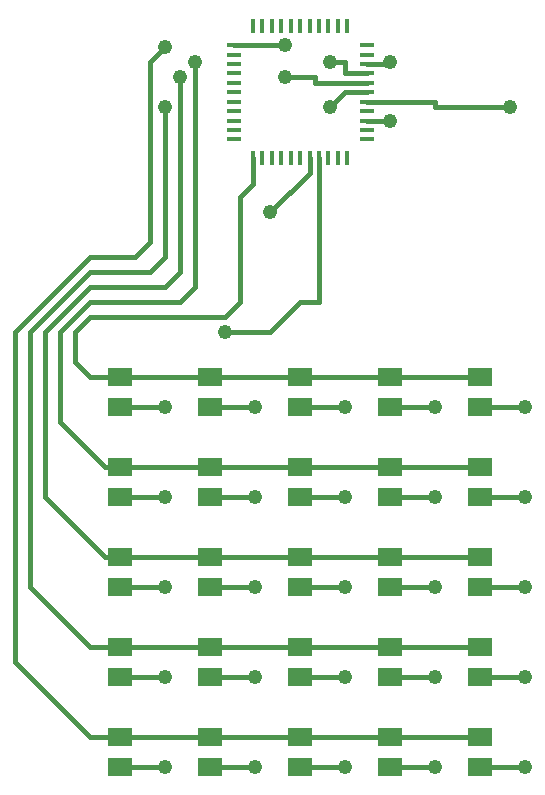
<source format=gbr>
%FSLAX23Y23*%
%MOIN*%
G04 EasyPC Gerber Version 17.0 Build 3379 *
%ADD11R,0.01400X0.04600*%
%ADD10R,0.04600X0.01400*%
%ADD12R,0.08000X0.06000*%
%ADD13C,0.01500*%
%ADD71C,0.04800*%
X0Y0D02*
D02*
D10*
X1282Y2295D03*
Y2327D03*
Y2358D03*
Y2390D03*
Y2421D03*
Y2453D03*
Y2484D03*
Y2515D03*
Y2547D03*
Y2578D03*
Y2610D03*
X1724Y2295D03*
Y2327D03*
Y2358D03*
Y2390D03*
Y2421D03*
Y2453D03*
Y2484D03*
Y2515D03*
Y2547D03*
Y2578D03*
Y2610D03*
D02*
D11*
X1345Y2232D03*
Y2674D03*
X1377Y2232D03*
Y2674D03*
X1408Y2232D03*
Y2674D03*
X1440Y2232D03*
Y2674D03*
X1471Y2232D03*
Y2674D03*
X1503Y2232D03*
Y2674D03*
X1534Y2232D03*
Y2674D03*
X1566Y2232D03*
Y2674D03*
X1597Y2232D03*
Y2674D03*
X1629Y2232D03*
Y2674D03*
X1660Y2232D03*
Y2674D03*
D02*
D12*
X903Y203D03*
Y303D03*
Y502D03*
Y603D03*
Y803D03*
Y903D03*
Y1103D03*
Y1202D03*
Y1403D03*
Y1503D03*
X1203Y203D03*
Y303D03*
Y502D03*
Y603D03*
Y803D03*
Y903D03*
Y1103D03*
Y1202D03*
Y1403D03*
Y1503D03*
X1503Y203D03*
Y303D03*
Y502D03*
Y603D03*
Y803D03*
Y903D03*
Y1103D03*
Y1202D03*
Y1403D03*
Y1503D03*
X1803Y203D03*
Y303D03*
Y502D03*
Y603D03*
Y803D03*
Y903D03*
Y1103D03*
Y1202D03*
Y1403D03*
Y1503D03*
X2103Y203D03*
Y303D03*
Y502D03*
Y603D03*
Y803D03*
Y903D03*
Y1103D03*
Y1202D03*
Y1403D03*
Y1503D03*
D02*
D13*
X903Y903D02*
X2103D01*
X903Y1503D02*
X2103D01*
X1053Y203D02*
X903D01*
X1053Y502D02*
X903D01*
X1053Y803D02*
X903D01*
X1053Y1103D02*
X903D01*
X1053Y1403D02*
X903D01*
X1053Y2403D02*
Y1903D01*
X1003Y1853*
X803*
X603Y1653*
Y803*
X803Y603*
X903*
X1103Y2503D02*
Y1853D01*
X1053Y1803*
X803*
X653Y1653*
Y1103*
X853Y903*
X903*
X1203Y203D02*
X1353D01*
X1203Y303D02*
X903D01*
X1203Y603D02*
X903D01*
X1203Y1503D02*
X803D01*
X753Y1553*
Y1653*
X803Y1703*
X1253*
X1303Y1753*
Y2103*
X1345Y2145*
Y2232*
X1353Y502D02*
X1203D01*
X1353Y803D02*
X1203D01*
X1353Y1103D02*
X1203D01*
X1353Y1403D02*
X1203D01*
X1453Y2503D02*
X1553D01*
Y2484*
X1724*
X1453Y2610D02*
X1282D01*
X1503Y303D02*
X803D01*
X553Y553*
Y1653*
X803Y1903*
X953*
X1003Y1953*
Y2553*
X1053Y2603*
X1503Y303D02*
X1203D01*
X1503Y603D02*
X1203D01*
X1534Y2232D02*
Y2184D01*
X1403Y2053*
X1566Y2232D02*
Y1753D01*
X1503*
X1403Y1653*
X1253*
X1603Y2403D02*
X1653Y2453D01*
X1724*
X1653Y203D02*
X1503D01*
X1653Y502D02*
X1503D01*
X1653Y803D02*
X1503D01*
X1653Y1103D02*
X1503D01*
X1653Y1403D02*
X1503D01*
X1724Y2515D02*
X1653D01*
Y2553*
X1603*
X1803Y303D02*
X2103D01*
X1803D02*
X1503D01*
X1803Y603D02*
X2103D01*
X1803D02*
X1503D01*
X1803Y1403D02*
X1953D01*
X1803Y2358D02*
X1724D01*
X1803Y2553D02*
Y2547D01*
X1724*
X1953Y203D02*
X1803D01*
X1953Y502D02*
X1803D01*
X1953Y803D02*
X1803D01*
X1953Y1103D02*
X1803D01*
X2103Y1202D02*
X853D01*
X703Y1353*
Y1653*
X803Y1753*
X1103*
X1153Y1803*
Y2553*
X2203Y2403D02*
X1953D01*
Y2421*
X1724*
X2253Y203D02*
X2103D01*
X2253Y502D02*
X2103D01*
X2253Y803D02*
X2103D01*
X2253Y1103D02*
X2103D01*
X2253Y1403D02*
X2103D01*
D02*
D71*
X1053Y203D03*
Y502D03*
Y803D03*
Y1103D03*
Y1403D03*
Y2403D03*
Y2603D03*
X1103Y2503D03*
X1153Y2553D03*
X1253Y1653D03*
X1353Y203D03*
Y502D03*
Y803D03*
Y1103D03*
Y1403D03*
X1403Y2053D03*
X1453Y2503D03*
Y2610D03*
X1603Y2403D03*
Y2553D03*
X1653Y203D03*
Y502D03*
Y803D03*
Y1103D03*
Y1403D03*
X1803Y2358D03*
Y2553D03*
X1953Y203D03*
Y502D03*
Y803D03*
Y1103D03*
Y1403D03*
X2203Y2403D03*
X2253Y203D03*
Y502D03*
Y803D03*
Y1103D03*
Y1403D03*
X0Y0D02*
M02*

</source>
